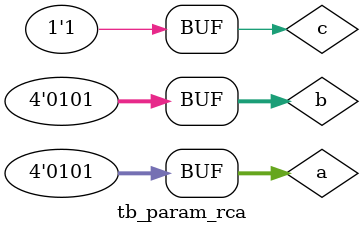
<source format=v>
`timescale 1ns / 1ps


module tb_param_rca( );
    wire [3:0]sum; wire carry_out; 
    reg [3:0]a, b; reg c; 
    parametric_RCA uut(.x(a), .y(b), .cin(c), .s_rca(sum), .cout_rca(carry_out)); 
    initial 
    begin 
    a = 4'b0000; b = 4'b0000; c = 1'b0;
    #10;         
    a = 4'b0000; b = 4'b0000; c = 1'b1;
    #10;
    a = 4'b0001; b = 4'b0001; c = 1'b0;
    #10;         
    a = 4'b0001; b = 4'b0001; c = 1'b1;
    #10;  
    a = 4'b0010; b = 4'b0010; c = 1'b0;
    #10;         
    a = 4'b0010; b = 4'b0010; c = 1'b1;
    #10;
    a = 4'b0011; b = 4'b0011; c = 1'b0;
    #10;         
    a = 4'b0011; b = 4'b0011; c = 1'b1;
    #10; 
    a = 4'b0100; b = 4'b0100; c = 1'b0;
    #10;         
    a = 4'b0100; b = 4'b0100; c = 1'b1;
    #10;
    a = 4'b0101; b = 4'b0101; c = 1'b0;
    #10;         
    a = 4'b0101; b = 4'b0101; c = 1'b1;
    #10;  
    
       
    
    end
endmodule


</source>
